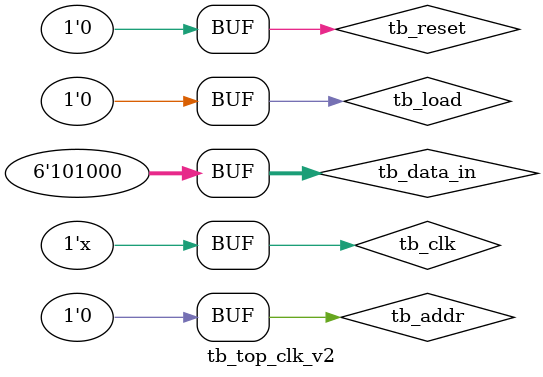
<source format=v>
`timescale 1ns / 1ps
 
module tb_top_clk_v2();
	
	reg  		tb_clk;
	reg  		tb_reset; 
	reg 		tb_load;
	reg  [1:0]	tb_addrs;
	reg  [5:0]	tb_data_in;
	wire [5:0]  tb_seconds_out;
 
 
	initial 
	begin
		tb_clk = 1'b0;
		tb_reset = 1'b1;
		tb_load = 1'b0;
		tb_addr = 2'b00;
		tb_data_in = 6'd40;
		#100 
		tb_reset = 1'b0;
		#500
		tb_load = 1'b1;
		tb_load = 1'b0;
	end
 
	always
	begin
		#5 tb_clk = ~tb_clk; //100 MHz 
	end
  
	top_clk_v2 DUT 
	(
		tb_clk  ,
		tb_reset,
		tb_load,
		tb_addrs,
		tb_data_in,
		tb_seconds_out
	);
  
  
endmodule

</source>
